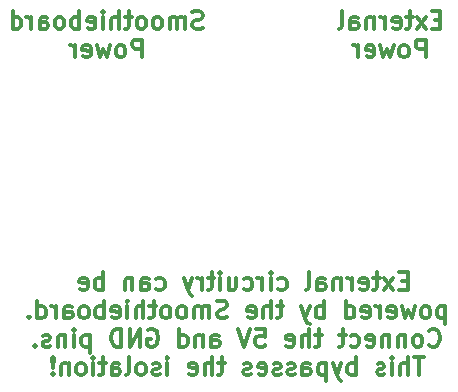
<source format=gbr>
G04 #@! TF.FileFunction,Legend,Bot*
%FSLAX46Y46*%
G04 Gerber Fmt 4.6, Leading zero omitted, Abs format (unit mm)*
G04 Created by KiCad (PCBNEW (2015-12-07 BZR 6352)-product) date Fri 09 Sep 2016 08:12:53 PM EDT*
%MOMM*%
G01*
G04 APERTURE LIST*
%ADD10C,0.100000*%
%ADD11C,0.300000*%
G04 APERTURE END LIST*
D10*
D11*
X39928570Y49207143D02*
X39428570Y49207143D01*
X39214284Y48421429D02*
X39928570Y48421429D01*
X39928570Y49921429D01*
X39214284Y49921429D01*
X38714284Y48421429D02*
X37928570Y49421429D01*
X38714284Y49421429D02*
X37928570Y48421429D01*
X37571427Y49421429D02*
X36999998Y49421429D01*
X37357141Y49921429D02*
X37357141Y48635714D01*
X37285713Y48492857D01*
X37142855Y48421429D01*
X36999998Y48421429D01*
X35928570Y48492857D02*
X36071427Y48421429D01*
X36357141Y48421429D01*
X36499998Y48492857D01*
X36571427Y48635714D01*
X36571427Y49207143D01*
X36499998Y49350000D01*
X36357141Y49421429D01*
X36071427Y49421429D01*
X35928570Y49350000D01*
X35857141Y49207143D01*
X35857141Y49064286D01*
X36571427Y48921429D01*
X35214284Y48421429D02*
X35214284Y49421429D01*
X35214284Y49135714D02*
X35142856Y49278571D01*
X35071427Y49350000D01*
X34928570Y49421429D01*
X34785713Y49421429D01*
X34285713Y49421429D02*
X34285713Y48421429D01*
X34285713Y49278571D02*
X34214285Y49350000D01*
X34071427Y49421429D01*
X33857142Y49421429D01*
X33714285Y49350000D01*
X33642856Y49207143D01*
X33642856Y48421429D01*
X32285713Y48421429D02*
X32285713Y49207143D01*
X32357142Y49350000D01*
X32499999Y49421429D01*
X32785713Y49421429D01*
X32928570Y49350000D01*
X32285713Y48492857D02*
X32428570Y48421429D01*
X32785713Y48421429D01*
X32928570Y48492857D01*
X32999999Y48635714D01*
X32999999Y48778571D01*
X32928570Y48921429D01*
X32785713Y48992857D01*
X32428570Y48992857D01*
X32285713Y49064286D01*
X31357141Y48421429D02*
X31499999Y48492857D01*
X31571427Y48635714D01*
X31571427Y49921429D01*
X28999999Y48492857D02*
X29142856Y48421429D01*
X29428570Y48421429D01*
X29571428Y48492857D01*
X29642856Y48564286D01*
X29714285Y48707143D01*
X29714285Y49135714D01*
X29642856Y49278571D01*
X29571428Y49350000D01*
X29428570Y49421429D01*
X29142856Y49421429D01*
X28999999Y49350000D01*
X28357142Y48421429D02*
X28357142Y49421429D01*
X28357142Y49921429D02*
X28428571Y49850000D01*
X28357142Y49778571D01*
X28285714Y49850000D01*
X28357142Y49921429D01*
X28357142Y49778571D01*
X27642856Y48421429D02*
X27642856Y49421429D01*
X27642856Y49135714D02*
X27571428Y49278571D01*
X27499999Y49350000D01*
X27357142Y49421429D01*
X27214285Y49421429D01*
X26071428Y48492857D02*
X26214285Y48421429D01*
X26499999Y48421429D01*
X26642857Y48492857D01*
X26714285Y48564286D01*
X26785714Y48707143D01*
X26785714Y49135714D01*
X26714285Y49278571D01*
X26642857Y49350000D01*
X26499999Y49421429D01*
X26214285Y49421429D01*
X26071428Y49350000D01*
X24785714Y49421429D02*
X24785714Y48421429D01*
X25428571Y49421429D02*
X25428571Y48635714D01*
X25357143Y48492857D01*
X25214285Y48421429D01*
X25000000Y48421429D01*
X24857143Y48492857D01*
X24785714Y48564286D01*
X24071428Y48421429D02*
X24071428Y49421429D01*
X24071428Y49921429D02*
X24142857Y49850000D01*
X24071428Y49778571D01*
X24000000Y49850000D01*
X24071428Y49921429D01*
X24071428Y49778571D01*
X23571428Y49421429D02*
X22999999Y49421429D01*
X23357142Y49921429D02*
X23357142Y48635714D01*
X23285714Y48492857D01*
X23142856Y48421429D01*
X22999999Y48421429D01*
X22499999Y48421429D02*
X22499999Y49421429D01*
X22499999Y49135714D02*
X22428571Y49278571D01*
X22357142Y49350000D01*
X22214285Y49421429D01*
X22071428Y49421429D01*
X21714285Y49421429D02*
X21357142Y48421429D01*
X21000000Y49421429D02*
X21357142Y48421429D01*
X21500000Y48064286D01*
X21571428Y47992857D01*
X21714285Y47921429D01*
X18642857Y48492857D02*
X18785714Y48421429D01*
X19071428Y48421429D01*
X19214286Y48492857D01*
X19285714Y48564286D01*
X19357143Y48707143D01*
X19357143Y49135714D01*
X19285714Y49278571D01*
X19214286Y49350000D01*
X19071428Y49421429D01*
X18785714Y49421429D01*
X18642857Y49350000D01*
X17357143Y48421429D02*
X17357143Y49207143D01*
X17428572Y49350000D01*
X17571429Y49421429D01*
X17857143Y49421429D01*
X18000000Y49350000D01*
X17357143Y48492857D02*
X17500000Y48421429D01*
X17857143Y48421429D01*
X18000000Y48492857D01*
X18071429Y48635714D01*
X18071429Y48778571D01*
X18000000Y48921429D01*
X17857143Y48992857D01*
X17500000Y48992857D01*
X17357143Y49064286D01*
X16642857Y49421429D02*
X16642857Y48421429D01*
X16642857Y49278571D02*
X16571429Y49350000D01*
X16428571Y49421429D01*
X16214286Y49421429D01*
X16071429Y49350000D01*
X16000000Y49207143D01*
X16000000Y48421429D01*
X14142857Y48421429D02*
X14142857Y49921429D01*
X14142857Y49350000D02*
X14000000Y49421429D01*
X13714286Y49421429D01*
X13571429Y49350000D01*
X13500000Y49278571D01*
X13428571Y49135714D01*
X13428571Y48707143D01*
X13500000Y48564286D01*
X13571429Y48492857D01*
X13714286Y48421429D01*
X14000000Y48421429D01*
X14142857Y48492857D01*
X12214286Y48492857D02*
X12357143Y48421429D01*
X12642857Y48421429D01*
X12785714Y48492857D01*
X12857143Y48635714D01*
X12857143Y49207143D01*
X12785714Y49350000D01*
X12642857Y49421429D01*
X12357143Y49421429D01*
X12214286Y49350000D01*
X12142857Y49207143D01*
X12142857Y49064286D01*
X12857143Y48921429D01*
X43142857Y47021429D02*
X43142857Y45521429D01*
X43142857Y46950000D02*
X43000000Y47021429D01*
X42714286Y47021429D01*
X42571429Y46950000D01*
X42500000Y46878571D01*
X42428571Y46735714D01*
X42428571Y46307143D01*
X42500000Y46164286D01*
X42571429Y46092857D01*
X42714286Y46021429D01*
X43000000Y46021429D01*
X43142857Y46092857D01*
X41571428Y46021429D02*
X41714286Y46092857D01*
X41785714Y46164286D01*
X41857143Y46307143D01*
X41857143Y46735714D01*
X41785714Y46878571D01*
X41714286Y46950000D01*
X41571428Y47021429D01*
X41357143Y47021429D01*
X41214286Y46950000D01*
X41142857Y46878571D01*
X41071428Y46735714D01*
X41071428Y46307143D01*
X41142857Y46164286D01*
X41214286Y46092857D01*
X41357143Y46021429D01*
X41571428Y46021429D01*
X40571428Y47021429D02*
X40285714Y46021429D01*
X40000000Y46735714D01*
X39714285Y46021429D01*
X39428571Y47021429D01*
X38285714Y46092857D02*
X38428571Y46021429D01*
X38714285Y46021429D01*
X38857142Y46092857D01*
X38928571Y46235714D01*
X38928571Y46807143D01*
X38857142Y46950000D01*
X38714285Y47021429D01*
X38428571Y47021429D01*
X38285714Y46950000D01*
X38214285Y46807143D01*
X38214285Y46664286D01*
X38928571Y46521429D01*
X37571428Y46021429D02*
X37571428Y47021429D01*
X37571428Y46735714D02*
X37500000Y46878571D01*
X37428571Y46950000D01*
X37285714Y47021429D01*
X37142857Y47021429D01*
X36071429Y46092857D02*
X36214286Y46021429D01*
X36500000Y46021429D01*
X36642857Y46092857D01*
X36714286Y46235714D01*
X36714286Y46807143D01*
X36642857Y46950000D01*
X36500000Y47021429D01*
X36214286Y47021429D01*
X36071429Y46950000D01*
X36000000Y46807143D01*
X36000000Y46664286D01*
X36714286Y46521429D01*
X34714286Y46021429D02*
X34714286Y47521429D01*
X34714286Y46092857D02*
X34857143Y46021429D01*
X35142857Y46021429D01*
X35285715Y46092857D01*
X35357143Y46164286D01*
X35428572Y46307143D01*
X35428572Y46735714D01*
X35357143Y46878571D01*
X35285715Y46950000D01*
X35142857Y47021429D01*
X34857143Y47021429D01*
X34714286Y46950000D01*
X32857143Y46021429D02*
X32857143Y47521429D01*
X32857143Y46950000D02*
X32714286Y47021429D01*
X32428572Y47021429D01*
X32285715Y46950000D01*
X32214286Y46878571D01*
X32142857Y46735714D01*
X32142857Y46307143D01*
X32214286Y46164286D01*
X32285715Y46092857D01*
X32428572Y46021429D01*
X32714286Y46021429D01*
X32857143Y46092857D01*
X31642857Y47021429D02*
X31285714Y46021429D01*
X30928572Y47021429D02*
X31285714Y46021429D01*
X31428572Y45664286D01*
X31500000Y45592857D01*
X31642857Y45521429D01*
X29428572Y47021429D02*
X28857143Y47021429D01*
X29214286Y47521429D02*
X29214286Y46235714D01*
X29142858Y46092857D01*
X29000000Y46021429D01*
X28857143Y46021429D01*
X28357143Y46021429D02*
X28357143Y47521429D01*
X27714286Y46021429D02*
X27714286Y46807143D01*
X27785715Y46950000D01*
X27928572Y47021429D01*
X28142857Y47021429D01*
X28285715Y46950000D01*
X28357143Y46878571D01*
X26428572Y46092857D02*
X26571429Y46021429D01*
X26857143Y46021429D01*
X27000000Y46092857D01*
X27071429Y46235714D01*
X27071429Y46807143D01*
X27000000Y46950000D01*
X26857143Y47021429D01*
X26571429Y47021429D01*
X26428572Y46950000D01*
X26357143Y46807143D01*
X26357143Y46664286D01*
X27071429Y46521429D01*
X24642858Y46092857D02*
X24428572Y46021429D01*
X24071429Y46021429D01*
X23928572Y46092857D01*
X23857143Y46164286D01*
X23785715Y46307143D01*
X23785715Y46450000D01*
X23857143Y46592857D01*
X23928572Y46664286D01*
X24071429Y46735714D01*
X24357143Y46807143D01*
X24500001Y46878571D01*
X24571429Y46950000D01*
X24642858Y47092857D01*
X24642858Y47235714D01*
X24571429Y47378571D01*
X24500001Y47450000D01*
X24357143Y47521429D01*
X24000001Y47521429D01*
X23785715Y47450000D01*
X23142858Y46021429D02*
X23142858Y47021429D01*
X23142858Y46878571D02*
X23071430Y46950000D01*
X22928572Y47021429D01*
X22714287Y47021429D01*
X22571430Y46950000D01*
X22500001Y46807143D01*
X22500001Y46021429D01*
X22500001Y46807143D02*
X22428572Y46950000D01*
X22285715Y47021429D01*
X22071430Y47021429D01*
X21928572Y46950000D01*
X21857144Y46807143D01*
X21857144Y46021429D01*
X20928572Y46021429D02*
X21071430Y46092857D01*
X21142858Y46164286D01*
X21214287Y46307143D01*
X21214287Y46735714D01*
X21142858Y46878571D01*
X21071430Y46950000D01*
X20928572Y47021429D01*
X20714287Y47021429D01*
X20571430Y46950000D01*
X20500001Y46878571D01*
X20428572Y46735714D01*
X20428572Y46307143D01*
X20500001Y46164286D01*
X20571430Y46092857D01*
X20714287Y46021429D01*
X20928572Y46021429D01*
X19571429Y46021429D02*
X19714287Y46092857D01*
X19785715Y46164286D01*
X19857144Y46307143D01*
X19857144Y46735714D01*
X19785715Y46878571D01*
X19714287Y46950000D01*
X19571429Y47021429D01*
X19357144Y47021429D01*
X19214287Y46950000D01*
X19142858Y46878571D01*
X19071429Y46735714D01*
X19071429Y46307143D01*
X19142858Y46164286D01*
X19214287Y46092857D01*
X19357144Y46021429D01*
X19571429Y46021429D01*
X18642858Y47021429D02*
X18071429Y47021429D01*
X18428572Y47521429D02*
X18428572Y46235714D01*
X18357144Y46092857D01*
X18214286Y46021429D01*
X18071429Y46021429D01*
X17571429Y46021429D02*
X17571429Y47521429D01*
X16928572Y46021429D02*
X16928572Y46807143D01*
X17000001Y46950000D01*
X17142858Y47021429D01*
X17357143Y47021429D01*
X17500001Y46950000D01*
X17571429Y46878571D01*
X16214286Y46021429D02*
X16214286Y47021429D01*
X16214286Y47521429D02*
X16285715Y47450000D01*
X16214286Y47378571D01*
X16142858Y47450000D01*
X16214286Y47521429D01*
X16214286Y47378571D01*
X14928572Y46092857D02*
X15071429Y46021429D01*
X15357143Y46021429D01*
X15500000Y46092857D01*
X15571429Y46235714D01*
X15571429Y46807143D01*
X15500000Y46950000D01*
X15357143Y47021429D01*
X15071429Y47021429D01*
X14928572Y46950000D01*
X14857143Y46807143D01*
X14857143Y46664286D01*
X15571429Y46521429D01*
X14214286Y46021429D02*
X14214286Y47521429D01*
X14214286Y46950000D02*
X14071429Y47021429D01*
X13785715Y47021429D01*
X13642858Y46950000D01*
X13571429Y46878571D01*
X13500000Y46735714D01*
X13500000Y46307143D01*
X13571429Y46164286D01*
X13642858Y46092857D01*
X13785715Y46021429D01*
X14071429Y46021429D01*
X14214286Y46092857D01*
X12642857Y46021429D02*
X12785715Y46092857D01*
X12857143Y46164286D01*
X12928572Y46307143D01*
X12928572Y46735714D01*
X12857143Y46878571D01*
X12785715Y46950000D01*
X12642857Y47021429D01*
X12428572Y47021429D01*
X12285715Y46950000D01*
X12214286Y46878571D01*
X12142857Y46735714D01*
X12142857Y46307143D01*
X12214286Y46164286D01*
X12285715Y46092857D01*
X12428572Y46021429D01*
X12642857Y46021429D01*
X10857143Y46021429D02*
X10857143Y46807143D01*
X10928572Y46950000D01*
X11071429Y47021429D01*
X11357143Y47021429D01*
X11500000Y46950000D01*
X10857143Y46092857D02*
X11000000Y46021429D01*
X11357143Y46021429D01*
X11500000Y46092857D01*
X11571429Y46235714D01*
X11571429Y46378571D01*
X11500000Y46521429D01*
X11357143Y46592857D01*
X11000000Y46592857D01*
X10857143Y46664286D01*
X10142857Y46021429D02*
X10142857Y47021429D01*
X10142857Y46735714D02*
X10071429Y46878571D01*
X10000000Y46950000D01*
X9857143Y47021429D01*
X9714286Y47021429D01*
X8571429Y46021429D02*
X8571429Y47521429D01*
X8571429Y46092857D02*
X8714286Y46021429D01*
X9000000Y46021429D01*
X9142858Y46092857D01*
X9214286Y46164286D01*
X9285715Y46307143D01*
X9285715Y46735714D01*
X9214286Y46878571D01*
X9142858Y46950000D01*
X9000000Y47021429D01*
X8714286Y47021429D01*
X8571429Y46950000D01*
X7857143Y46164286D02*
X7785715Y46092857D01*
X7857143Y46021429D01*
X7928572Y46092857D01*
X7857143Y46164286D01*
X7857143Y46021429D01*
X41750000Y43764286D02*
X41821429Y43692857D01*
X42035715Y43621429D01*
X42178572Y43621429D01*
X42392857Y43692857D01*
X42535715Y43835714D01*
X42607143Y43978571D01*
X42678572Y44264286D01*
X42678572Y44478571D01*
X42607143Y44764286D01*
X42535715Y44907143D01*
X42392857Y45050000D01*
X42178572Y45121429D01*
X42035715Y45121429D01*
X41821429Y45050000D01*
X41750000Y44978571D01*
X40892857Y43621429D02*
X41035715Y43692857D01*
X41107143Y43764286D01*
X41178572Y43907143D01*
X41178572Y44335714D01*
X41107143Y44478571D01*
X41035715Y44550000D01*
X40892857Y44621429D01*
X40678572Y44621429D01*
X40535715Y44550000D01*
X40464286Y44478571D01*
X40392857Y44335714D01*
X40392857Y43907143D01*
X40464286Y43764286D01*
X40535715Y43692857D01*
X40678572Y43621429D01*
X40892857Y43621429D01*
X39750000Y44621429D02*
X39750000Y43621429D01*
X39750000Y44478571D02*
X39678572Y44550000D01*
X39535714Y44621429D01*
X39321429Y44621429D01*
X39178572Y44550000D01*
X39107143Y44407143D01*
X39107143Y43621429D01*
X38392857Y44621429D02*
X38392857Y43621429D01*
X38392857Y44478571D02*
X38321429Y44550000D01*
X38178571Y44621429D01*
X37964286Y44621429D01*
X37821429Y44550000D01*
X37750000Y44407143D01*
X37750000Y43621429D01*
X36464286Y43692857D02*
X36607143Y43621429D01*
X36892857Y43621429D01*
X37035714Y43692857D01*
X37107143Y43835714D01*
X37107143Y44407143D01*
X37035714Y44550000D01*
X36892857Y44621429D01*
X36607143Y44621429D01*
X36464286Y44550000D01*
X36392857Y44407143D01*
X36392857Y44264286D01*
X37107143Y44121429D01*
X35107143Y43692857D02*
X35250000Y43621429D01*
X35535714Y43621429D01*
X35678572Y43692857D01*
X35750000Y43764286D01*
X35821429Y43907143D01*
X35821429Y44335714D01*
X35750000Y44478571D01*
X35678572Y44550000D01*
X35535714Y44621429D01*
X35250000Y44621429D01*
X35107143Y44550000D01*
X34678572Y44621429D02*
X34107143Y44621429D01*
X34464286Y45121429D02*
X34464286Y43835714D01*
X34392858Y43692857D01*
X34250000Y43621429D01*
X34107143Y43621429D01*
X32678572Y44621429D02*
X32107143Y44621429D01*
X32464286Y45121429D02*
X32464286Y43835714D01*
X32392858Y43692857D01*
X32250000Y43621429D01*
X32107143Y43621429D01*
X31607143Y43621429D02*
X31607143Y45121429D01*
X30964286Y43621429D02*
X30964286Y44407143D01*
X31035715Y44550000D01*
X31178572Y44621429D01*
X31392857Y44621429D01*
X31535715Y44550000D01*
X31607143Y44478571D01*
X29678572Y43692857D02*
X29821429Y43621429D01*
X30107143Y43621429D01*
X30250000Y43692857D01*
X30321429Y43835714D01*
X30321429Y44407143D01*
X30250000Y44550000D01*
X30107143Y44621429D01*
X29821429Y44621429D01*
X29678572Y44550000D01*
X29607143Y44407143D01*
X29607143Y44264286D01*
X30321429Y44121429D01*
X27107143Y45121429D02*
X27821429Y45121429D01*
X27892858Y44407143D01*
X27821429Y44478571D01*
X27678572Y44550000D01*
X27321429Y44550000D01*
X27178572Y44478571D01*
X27107143Y44407143D01*
X27035715Y44264286D01*
X27035715Y43907143D01*
X27107143Y43764286D01*
X27178572Y43692857D01*
X27321429Y43621429D01*
X27678572Y43621429D01*
X27821429Y43692857D01*
X27892858Y43764286D01*
X26607144Y45121429D02*
X26107144Y43621429D01*
X25607144Y45121429D01*
X23321430Y43621429D02*
X23321430Y44407143D01*
X23392859Y44550000D01*
X23535716Y44621429D01*
X23821430Y44621429D01*
X23964287Y44550000D01*
X23321430Y43692857D02*
X23464287Y43621429D01*
X23821430Y43621429D01*
X23964287Y43692857D01*
X24035716Y43835714D01*
X24035716Y43978571D01*
X23964287Y44121429D01*
X23821430Y44192857D01*
X23464287Y44192857D01*
X23321430Y44264286D01*
X22607144Y44621429D02*
X22607144Y43621429D01*
X22607144Y44478571D02*
X22535716Y44550000D01*
X22392858Y44621429D01*
X22178573Y44621429D01*
X22035716Y44550000D01*
X21964287Y44407143D01*
X21964287Y43621429D01*
X20607144Y43621429D02*
X20607144Y45121429D01*
X20607144Y43692857D02*
X20750001Y43621429D01*
X21035715Y43621429D01*
X21178573Y43692857D01*
X21250001Y43764286D01*
X21321430Y43907143D01*
X21321430Y44335714D01*
X21250001Y44478571D01*
X21178573Y44550000D01*
X21035715Y44621429D01*
X20750001Y44621429D01*
X20607144Y44550000D01*
X17964287Y45050000D02*
X18107144Y45121429D01*
X18321430Y45121429D01*
X18535715Y45050000D01*
X18678573Y44907143D01*
X18750001Y44764286D01*
X18821430Y44478571D01*
X18821430Y44264286D01*
X18750001Y43978571D01*
X18678573Y43835714D01*
X18535715Y43692857D01*
X18321430Y43621429D01*
X18178573Y43621429D01*
X17964287Y43692857D01*
X17892858Y43764286D01*
X17892858Y44264286D01*
X18178573Y44264286D01*
X17250001Y43621429D02*
X17250001Y45121429D01*
X16392858Y43621429D01*
X16392858Y45121429D01*
X15678572Y43621429D02*
X15678572Y45121429D01*
X15321429Y45121429D01*
X15107144Y45050000D01*
X14964286Y44907143D01*
X14892858Y44764286D01*
X14821429Y44478571D01*
X14821429Y44264286D01*
X14892858Y43978571D01*
X14964286Y43835714D01*
X15107144Y43692857D01*
X15321429Y43621429D01*
X15678572Y43621429D01*
X13035715Y44621429D02*
X13035715Y43121429D01*
X13035715Y44550000D02*
X12892858Y44621429D01*
X12607144Y44621429D01*
X12464287Y44550000D01*
X12392858Y44478571D01*
X12321429Y44335714D01*
X12321429Y43907143D01*
X12392858Y43764286D01*
X12464287Y43692857D01*
X12607144Y43621429D01*
X12892858Y43621429D01*
X13035715Y43692857D01*
X11678572Y43621429D02*
X11678572Y44621429D01*
X11678572Y45121429D02*
X11750001Y45050000D01*
X11678572Y44978571D01*
X11607144Y45050000D01*
X11678572Y45121429D01*
X11678572Y44978571D01*
X10964286Y44621429D02*
X10964286Y43621429D01*
X10964286Y44478571D02*
X10892858Y44550000D01*
X10750000Y44621429D01*
X10535715Y44621429D01*
X10392858Y44550000D01*
X10321429Y44407143D01*
X10321429Y43621429D01*
X9678572Y43692857D02*
X9535715Y43621429D01*
X9250000Y43621429D01*
X9107143Y43692857D01*
X9035715Y43835714D01*
X9035715Y43907143D01*
X9107143Y44050000D01*
X9250000Y44121429D01*
X9464286Y44121429D01*
X9607143Y44192857D01*
X9678572Y44335714D01*
X9678572Y44407143D01*
X9607143Y44550000D01*
X9464286Y44621429D01*
X9250000Y44621429D01*
X9107143Y44550000D01*
X8392857Y43764286D02*
X8321429Y43692857D01*
X8392857Y43621429D01*
X8464286Y43692857D01*
X8392857Y43764286D01*
X8392857Y43621429D01*
X41321430Y42721429D02*
X40464287Y42721429D01*
X40892858Y41221429D02*
X40892858Y42721429D01*
X39964287Y41221429D02*
X39964287Y42721429D01*
X39321430Y41221429D02*
X39321430Y42007143D01*
X39392859Y42150000D01*
X39535716Y42221429D01*
X39750001Y42221429D01*
X39892859Y42150000D01*
X39964287Y42078571D01*
X38607144Y41221429D02*
X38607144Y42221429D01*
X38607144Y42721429D02*
X38678573Y42650000D01*
X38607144Y42578571D01*
X38535716Y42650000D01*
X38607144Y42721429D01*
X38607144Y42578571D01*
X37964287Y41292857D02*
X37821430Y41221429D01*
X37535715Y41221429D01*
X37392858Y41292857D01*
X37321430Y41435714D01*
X37321430Y41507143D01*
X37392858Y41650000D01*
X37535715Y41721429D01*
X37750001Y41721429D01*
X37892858Y41792857D01*
X37964287Y41935714D01*
X37964287Y42007143D01*
X37892858Y42150000D01*
X37750001Y42221429D01*
X37535715Y42221429D01*
X37392858Y42150000D01*
X35535715Y41221429D02*
X35535715Y42721429D01*
X35535715Y42150000D02*
X35392858Y42221429D01*
X35107144Y42221429D01*
X34964287Y42150000D01*
X34892858Y42078571D01*
X34821429Y41935714D01*
X34821429Y41507143D01*
X34892858Y41364286D01*
X34964287Y41292857D01*
X35107144Y41221429D01*
X35392858Y41221429D01*
X35535715Y41292857D01*
X34321429Y42221429D02*
X33964286Y41221429D01*
X33607144Y42221429D02*
X33964286Y41221429D01*
X34107144Y40864286D01*
X34178572Y40792857D01*
X34321429Y40721429D01*
X33035715Y42221429D02*
X33035715Y40721429D01*
X33035715Y42150000D02*
X32892858Y42221429D01*
X32607144Y42221429D01*
X32464287Y42150000D01*
X32392858Y42078571D01*
X32321429Y41935714D01*
X32321429Y41507143D01*
X32392858Y41364286D01*
X32464287Y41292857D01*
X32607144Y41221429D01*
X32892858Y41221429D01*
X33035715Y41292857D01*
X31035715Y41221429D02*
X31035715Y42007143D01*
X31107144Y42150000D01*
X31250001Y42221429D01*
X31535715Y42221429D01*
X31678572Y42150000D01*
X31035715Y41292857D02*
X31178572Y41221429D01*
X31535715Y41221429D01*
X31678572Y41292857D01*
X31750001Y41435714D01*
X31750001Y41578571D01*
X31678572Y41721429D01*
X31535715Y41792857D01*
X31178572Y41792857D01*
X31035715Y41864286D01*
X30392858Y41292857D02*
X30250001Y41221429D01*
X29964286Y41221429D01*
X29821429Y41292857D01*
X29750001Y41435714D01*
X29750001Y41507143D01*
X29821429Y41650000D01*
X29964286Y41721429D01*
X30178572Y41721429D01*
X30321429Y41792857D01*
X30392858Y41935714D01*
X30392858Y42007143D01*
X30321429Y42150000D01*
X30178572Y42221429D01*
X29964286Y42221429D01*
X29821429Y42150000D01*
X29178572Y41292857D02*
X29035715Y41221429D01*
X28750000Y41221429D01*
X28607143Y41292857D01*
X28535715Y41435714D01*
X28535715Y41507143D01*
X28607143Y41650000D01*
X28750000Y41721429D01*
X28964286Y41721429D01*
X29107143Y41792857D01*
X29178572Y41935714D01*
X29178572Y42007143D01*
X29107143Y42150000D01*
X28964286Y42221429D01*
X28750000Y42221429D01*
X28607143Y42150000D01*
X27321429Y41292857D02*
X27464286Y41221429D01*
X27750000Y41221429D01*
X27892857Y41292857D01*
X27964286Y41435714D01*
X27964286Y42007143D01*
X27892857Y42150000D01*
X27750000Y42221429D01*
X27464286Y42221429D01*
X27321429Y42150000D01*
X27250000Y42007143D01*
X27250000Y41864286D01*
X27964286Y41721429D01*
X26678572Y41292857D02*
X26535715Y41221429D01*
X26250000Y41221429D01*
X26107143Y41292857D01*
X26035715Y41435714D01*
X26035715Y41507143D01*
X26107143Y41650000D01*
X26250000Y41721429D01*
X26464286Y41721429D01*
X26607143Y41792857D01*
X26678572Y41935714D01*
X26678572Y42007143D01*
X26607143Y42150000D01*
X26464286Y42221429D01*
X26250000Y42221429D01*
X26107143Y42150000D01*
X24464286Y42221429D02*
X23892857Y42221429D01*
X24250000Y42721429D02*
X24250000Y41435714D01*
X24178572Y41292857D01*
X24035714Y41221429D01*
X23892857Y41221429D01*
X23392857Y41221429D02*
X23392857Y42721429D01*
X22750000Y41221429D02*
X22750000Y42007143D01*
X22821429Y42150000D01*
X22964286Y42221429D01*
X23178571Y42221429D01*
X23321429Y42150000D01*
X23392857Y42078571D01*
X21464286Y41292857D02*
X21607143Y41221429D01*
X21892857Y41221429D01*
X22035714Y41292857D01*
X22107143Y41435714D01*
X22107143Y42007143D01*
X22035714Y42150000D01*
X21892857Y42221429D01*
X21607143Y42221429D01*
X21464286Y42150000D01*
X21392857Y42007143D01*
X21392857Y41864286D01*
X22107143Y41721429D01*
X19607143Y41221429D02*
X19607143Y42221429D01*
X19607143Y42721429D02*
X19678572Y42650000D01*
X19607143Y42578571D01*
X19535715Y42650000D01*
X19607143Y42721429D01*
X19607143Y42578571D01*
X18964286Y41292857D02*
X18821429Y41221429D01*
X18535714Y41221429D01*
X18392857Y41292857D01*
X18321429Y41435714D01*
X18321429Y41507143D01*
X18392857Y41650000D01*
X18535714Y41721429D01*
X18750000Y41721429D01*
X18892857Y41792857D01*
X18964286Y41935714D01*
X18964286Y42007143D01*
X18892857Y42150000D01*
X18750000Y42221429D01*
X18535714Y42221429D01*
X18392857Y42150000D01*
X17464285Y41221429D02*
X17607143Y41292857D01*
X17678571Y41364286D01*
X17750000Y41507143D01*
X17750000Y41935714D01*
X17678571Y42078571D01*
X17607143Y42150000D01*
X17464285Y42221429D01*
X17250000Y42221429D01*
X17107143Y42150000D01*
X17035714Y42078571D01*
X16964285Y41935714D01*
X16964285Y41507143D01*
X17035714Y41364286D01*
X17107143Y41292857D01*
X17250000Y41221429D01*
X17464285Y41221429D01*
X16107142Y41221429D02*
X16250000Y41292857D01*
X16321428Y41435714D01*
X16321428Y42721429D01*
X14892857Y41221429D02*
X14892857Y42007143D01*
X14964286Y42150000D01*
X15107143Y42221429D01*
X15392857Y42221429D01*
X15535714Y42150000D01*
X14892857Y41292857D02*
X15035714Y41221429D01*
X15392857Y41221429D01*
X15535714Y41292857D01*
X15607143Y41435714D01*
X15607143Y41578571D01*
X15535714Y41721429D01*
X15392857Y41792857D01*
X15035714Y41792857D01*
X14892857Y41864286D01*
X14392857Y42221429D02*
X13821428Y42221429D01*
X14178571Y42721429D02*
X14178571Y41435714D01*
X14107143Y41292857D01*
X13964285Y41221429D01*
X13821428Y41221429D01*
X13321428Y41221429D02*
X13321428Y42221429D01*
X13321428Y42721429D02*
X13392857Y42650000D01*
X13321428Y42578571D01*
X13250000Y42650000D01*
X13321428Y42721429D01*
X13321428Y42578571D01*
X12392856Y41221429D02*
X12535714Y41292857D01*
X12607142Y41364286D01*
X12678571Y41507143D01*
X12678571Y41935714D01*
X12607142Y42078571D01*
X12535714Y42150000D01*
X12392856Y42221429D01*
X12178571Y42221429D01*
X12035714Y42150000D01*
X11964285Y42078571D01*
X11892856Y41935714D01*
X11892856Y41507143D01*
X11964285Y41364286D01*
X12035714Y41292857D01*
X12178571Y41221429D01*
X12392856Y41221429D01*
X11249999Y42221429D02*
X11249999Y41221429D01*
X11249999Y42078571D02*
X11178571Y42150000D01*
X11035713Y42221429D01*
X10821428Y42221429D01*
X10678571Y42150000D01*
X10607142Y42007143D01*
X10607142Y41221429D01*
X9892856Y41364286D02*
X9821428Y41292857D01*
X9892856Y41221429D01*
X9964285Y41292857D01*
X9892856Y41364286D01*
X9892856Y41221429D01*
X9892856Y41792857D02*
X9964285Y42650000D01*
X9892856Y42721429D01*
X9821428Y42650000D01*
X9892856Y41792857D01*
X9892856Y42721429D01*
X22571429Y70592857D02*
X22357143Y70521429D01*
X22000000Y70521429D01*
X21857143Y70592857D01*
X21785714Y70664286D01*
X21714286Y70807143D01*
X21714286Y70950000D01*
X21785714Y71092857D01*
X21857143Y71164286D01*
X22000000Y71235714D01*
X22285714Y71307143D01*
X22428572Y71378571D01*
X22500000Y71450000D01*
X22571429Y71592857D01*
X22571429Y71735714D01*
X22500000Y71878571D01*
X22428572Y71950000D01*
X22285714Y72021429D01*
X21928572Y72021429D01*
X21714286Y71950000D01*
X21071429Y70521429D02*
X21071429Y71521429D01*
X21071429Y71378571D02*
X21000001Y71450000D01*
X20857143Y71521429D01*
X20642858Y71521429D01*
X20500001Y71450000D01*
X20428572Y71307143D01*
X20428572Y70521429D01*
X20428572Y71307143D02*
X20357143Y71450000D01*
X20214286Y71521429D01*
X20000001Y71521429D01*
X19857143Y71450000D01*
X19785715Y71307143D01*
X19785715Y70521429D01*
X18857143Y70521429D02*
X19000001Y70592857D01*
X19071429Y70664286D01*
X19142858Y70807143D01*
X19142858Y71235714D01*
X19071429Y71378571D01*
X19000001Y71450000D01*
X18857143Y71521429D01*
X18642858Y71521429D01*
X18500001Y71450000D01*
X18428572Y71378571D01*
X18357143Y71235714D01*
X18357143Y70807143D01*
X18428572Y70664286D01*
X18500001Y70592857D01*
X18642858Y70521429D01*
X18857143Y70521429D01*
X17500000Y70521429D02*
X17642858Y70592857D01*
X17714286Y70664286D01*
X17785715Y70807143D01*
X17785715Y71235714D01*
X17714286Y71378571D01*
X17642858Y71450000D01*
X17500000Y71521429D01*
X17285715Y71521429D01*
X17142858Y71450000D01*
X17071429Y71378571D01*
X17000000Y71235714D01*
X17000000Y70807143D01*
X17071429Y70664286D01*
X17142858Y70592857D01*
X17285715Y70521429D01*
X17500000Y70521429D01*
X16571429Y71521429D02*
X16000000Y71521429D01*
X16357143Y72021429D02*
X16357143Y70735714D01*
X16285715Y70592857D01*
X16142857Y70521429D01*
X16000000Y70521429D01*
X15500000Y70521429D02*
X15500000Y72021429D01*
X14857143Y70521429D02*
X14857143Y71307143D01*
X14928572Y71450000D01*
X15071429Y71521429D01*
X15285714Y71521429D01*
X15428572Y71450000D01*
X15500000Y71378571D01*
X14142857Y70521429D02*
X14142857Y71521429D01*
X14142857Y72021429D02*
X14214286Y71950000D01*
X14142857Y71878571D01*
X14071429Y71950000D01*
X14142857Y72021429D01*
X14142857Y71878571D01*
X12857143Y70592857D02*
X13000000Y70521429D01*
X13285714Y70521429D01*
X13428571Y70592857D01*
X13500000Y70735714D01*
X13500000Y71307143D01*
X13428571Y71450000D01*
X13285714Y71521429D01*
X13000000Y71521429D01*
X12857143Y71450000D01*
X12785714Y71307143D01*
X12785714Y71164286D01*
X13500000Y71021429D01*
X12142857Y70521429D02*
X12142857Y72021429D01*
X12142857Y71450000D02*
X12000000Y71521429D01*
X11714286Y71521429D01*
X11571429Y71450000D01*
X11500000Y71378571D01*
X11428571Y71235714D01*
X11428571Y70807143D01*
X11500000Y70664286D01*
X11571429Y70592857D01*
X11714286Y70521429D01*
X12000000Y70521429D01*
X12142857Y70592857D01*
X10571428Y70521429D02*
X10714286Y70592857D01*
X10785714Y70664286D01*
X10857143Y70807143D01*
X10857143Y71235714D01*
X10785714Y71378571D01*
X10714286Y71450000D01*
X10571428Y71521429D01*
X10357143Y71521429D01*
X10214286Y71450000D01*
X10142857Y71378571D01*
X10071428Y71235714D01*
X10071428Y70807143D01*
X10142857Y70664286D01*
X10214286Y70592857D01*
X10357143Y70521429D01*
X10571428Y70521429D01*
X8785714Y70521429D02*
X8785714Y71307143D01*
X8857143Y71450000D01*
X9000000Y71521429D01*
X9285714Y71521429D01*
X9428571Y71450000D01*
X8785714Y70592857D02*
X8928571Y70521429D01*
X9285714Y70521429D01*
X9428571Y70592857D01*
X9500000Y70735714D01*
X9500000Y70878571D01*
X9428571Y71021429D01*
X9285714Y71092857D01*
X8928571Y71092857D01*
X8785714Y71164286D01*
X8071428Y70521429D02*
X8071428Y71521429D01*
X8071428Y71235714D02*
X8000000Y71378571D01*
X7928571Y71450000D01*
X7785714Y71521429D01*
X7642857Y71521429D01*
X6500000Y70521429D02*
X6500000Y72021429D01*
X6500000Y70592857D02*
X6642857Y70521429D01*
X6928571Y70521429D01*
X7071429Y70592857D01*
X7142857Y70664286D01*
X7214286Y70807143D01*
X7214286Y71235714D01*
X7142857Y71378571D01*
X7071429Y71450000D01*
X6928571Y71521429D01*
X6642857Y71521429D01*
X6500000Y71450000D01*
X17464285Y68121429D02*
X17464285Y69621429D01*
X16892857Y69621429D01*
X16749999Y69550000D01*
X16678571Y69478571D01*
X16607142Y69335714D01*
X16607142Y69121429D01*
X16678571Y68978571D01*
X16749999Y68907143D01*
X16892857Y68835714D01*
X17464285Y68835714D01*
X15749999Y68121429D02*
X15892857Y68192857D01*
X15964285Y68264286D01*
X16035714Y68407143D01*
X16035714Y68835714D01*
X15964285Y68978571D01*
X15892857Y69050000D01*
X15749999Y69121429D01*
X15535714Y69121429D01*
X15392857Y69050000D01*
X15321428Y68978571D01*
X15249999Y68835714D01*
X15249999Y68407143D01*
X15321428Y68264286D01*
X15392857Y68192857D01*
X15535714Y68121429D01*
X15749999Y68121429D01*
X14749999Y69121429D02*
X14464285Y68121429D01*
X14178571Y68835714D01*
X13892856Y68121429D01*
X13607142Y69121429D01*
X12464285Y68192857D02*
X12607142Y68121429D01*
X12892856Y68121429D01*
X13035713Y68192857D01*
X13107142Y68335714D01*
X13107142Y68907143D01*
X13035713Y69050000D01*
X12892856Y69121429D01*
X12607142Y69121429D01*
X12464285Y69050000D01*
X12392856Y68907143D01*
X12392856Y68764286D01*
X13107142Y68621429D01*
X11749999Y68121429D02*
X11749999Y69121429D01*
X11749999Y68835714D02*
X11678571Y68978571D01*
X11607142Y69050000D01*
X11464285Y69121429D01*
X11321428Y69121429D01*
X42714285Y71307143D02*
X42214285Y71307143D01*
X41999999Y70521429D02*
X42714285Y70521429D01*
X42714285Y72021429D01*
X41999999Y72021429D01*
X41499999Y70521429D02*
X40714285Y71521429D01*
X41499999Y71521429D02*
X40714285Y70521429D01*
X40357142Y71521429D02*
X39785713Y71521429D01*
X40142856Y72021429D02*
X40142856Y70735714D01*
X40071428Y70592857D01*
X39928570Y70521429D01*
X39785713Y70521429D01*
X38714285Y70592857D02*
X38857142Y70521429D01*
X39142856Y70521429D01*
X39285713Y70592857D01*
X39357142Y70735714D01*
X39357142Y71307143D01*
X39285713Y71450000D01*
X39142856Y71521429D01*
X38857142Y71521429D01*
X38714285Y71450000D01*
X38642856Y71307143D01*
X38642856Y71164286D01*
X39357142Y71021429D01*
X37999999Y70521429D02*
X37999999Y71521429D01*
X37999999Y71235714D02*
X37928571Y71378571D01*
X37857142Y71450000D01*
X37714285Y71521429D01*
X37571428Y71521429D01*
X37071428Y71521429D02*
X37071428Y70521429D01*
X37071428Y71378571D02*
X37000000Y71450000D01*
X36857142Y71521429D01*
X36642857Y71521429D01*
X36500000Y71450000D01*
X36428571Y71307143D01*
X36428571Y70521429D01*
X35071428Y70521429D02*
X35071428Y71307143D01*
X35142857Y71450000D01*
X35285714Y71521429D01*
X35571428Y71521429D01*
X35714285Y71450000D01*
X35071428Y70592857D02*
X35214285Y70521429D01*
X35571428Y70521429D01*
X35714285Y70592857D01*
X35785714Y70735714D01*
X35785714Y70878571D01*
X35714285Y71021429D01*
X35571428Y71092857D01*
X35214285Y71092857D01*
X35071428Y71164286D01*
X34142856Y70521429D02*
X34285714Y70592857D01*
X34357142Y70735714D01*
X34357142Y72021429D01*
X41464285Y68121429D02*
X41464285Y69621429D01*
X40892857Y69621429D01*
X40749999Y69550000D01*
X40678571Y69478571D01*
X40607142Y69335714D01*
X40607142Y69121429D01*
X40678571Y68978571D01*
X40749999Y68907143D01*
X40892857Y68835714D01*
X41464285Y68835714D01*
X39749999Y68121429D02*
X39892857Y68192857D01*
X39964285Y68264286D01*
X40035714Y68407143D01*
X40035714Y68835714D01*
X39964285Y68978571D01*
X39892857Y69050000D01*
X39749999Y69121429D01*
X39535714Y69121429D01*
X39392857Y69050000D01*
X39321428Y68978571D01*
X39249999Y68835714D01*
X39249999Y68407143D01*
X39321428Y68264286D01*
X39392857Y68192857D01*
X39535714Y68121429D01*
X39749999Y68121429D01*
X38749999Y69121429D02*
X38464285Y68121429D01*
X38178571Y68835714D01*
X37892856Y68121429D01*
X37607142Y69121429D01*
X36464285Y68192857D02*
X36607142Y68121429D01*
X36892856Y68121429D01*
X37035713Y68192857D01*
X37107142Y68335714D01*
X37107142Y68907143D01*
X37035713Y69050000D01*
X36892856Y69121429D01*
X36607142Y69121429D01*
X36464285Y69050000D01*
X36392856Y68907143D01*
X36392856Y68764286D01*
X37107142Y68621429D01*
X35749999Y68121429D02*
X35749999Y69121429D01*
X35749999Y68835714D02*
X35678571Y68978571D01*
X35607142Y69050000D01*
X35464285Y69121429D01*
X35321428Y69121429D01*
M02*

</source>
